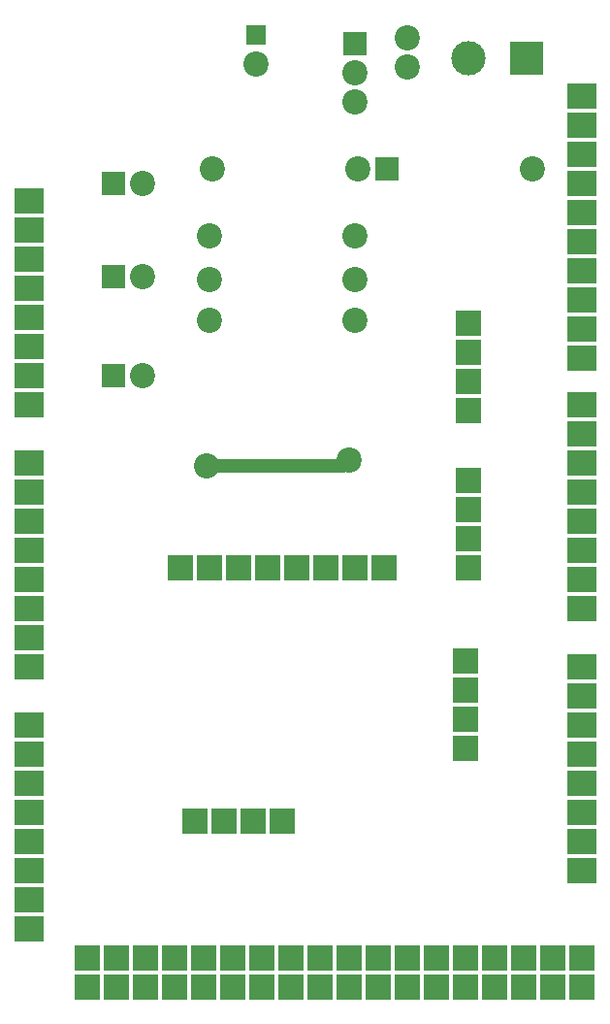
<source format=gbr>
G04 #@! TF.GenerationSoftware,KiCad,Pcbnew,(5.1.2)-2*
G04 #@! TF.CreationDate,2020-09-08T11:20:29+07:00*
G04 #@! TF.ProjectId,Balancing_Robot,42616c61-6e63-4696-9e67-5f526f626f74,rev?*
G04 #@! TF.SameCoordinates,Original*
G04 #@! TF.FileFunction,Copper,L1,Top*
G04 #@! TF.FilePolarity,Positive*
%FSLAX46Y46*%
G04 Gerber Fmt 4.6, Leading zero omitted, Abs format (unit mm)*
G04 Created by KiCad (PCBNEW (5.1.2)-2) date 2020-09-08 11:20:29*
%MOMM*%
%LPD*%
G04 APERTURE LIST*
%ADD10R,2.200000X2.200000*%
%ADD11R,2.500000X2.200000*%
%ADD12C,2.200000*%
%ADD13R,2.000000X2.000000*%
%ADD14R,1.800000X1.800000*%
%ADD15R,3.000000X3.000000*%
%ADD16C,3.000000*%
%ADD17C,1.200000*%
G04 APERTURE END LIST*
D10*
X69850000Y-158496000D03*
X69850000Y-155956000D03*
X72390000Y-158496000D03*
X72390000Y-155956000D03*
X74930000Y-158496000D03*
X74930000Y-155956000D03*
X77470000Y-158496000D03*
X77470000Y-155956000D03*
X80010000Y-158496000D03*
X80010000Y-155956000D03*
X82550000Y-158496000D03*
X82550000Y-155956000D03*
X85090000Y-158496000D03*
X85090000Y-155956000D03*
X87630000Y-158496000D03*
X87630000Y-155956000D03*
X90170000Y-158496000D03*
X90170000Y-155956000D03*
X92710000Y-158496000D03*
X92710000Y-155956000D03*
X95250000Y-158496000D03*
X95250000Y-155956000D03*
X97790000Y-158496000D03*
X97790000Y-155956000D03*
X100330000Y-158496000D03*
X100330000Y-155956000D03*
X102870000Y-158496000D03*
X102870000Y-155956000D03*
X105410000Y-158496000D03*
X105410000Y-155956000D03*
X107950000Y-158496000D03*
X107950000Y-155956000D03*
X110490000Y-158496000D03*
X110490000Y-155956000D03*
X113030000Y-158496000D03*
X113030000Y-155956000D03*
D11*
X64770000Y-153416000D03*
X64770000Y-150876000D03*
X64770000Y-148336000D03*
X64770000Y-145796000D03*
X64770000Y-143256000D03*
X64770000Y-140716000D03*
X64770000Y-138176000D03*
X64770000Y-135636000D03*
X64770000Y-130556000D03*
X64770000Y-128016000D03*
X64770000Y-125476000D03*
X64770000Y-122936000D03*
X64770000Y-120396000D03*
X64770000Y-117856000D03*
X64770000Y-115316000D03*
X64770000Y-89916000D03*
X113030000Y-96012000D03*
X113030000Y-93472000D03*
X113030000Y-90932000D03*
X113030000Y-85852000D03*
X113030000Y-83312000D03*
X113030000Y-80772000D03*
X113030000Y-98552000D03*
X113030000Y-101092000D03*
X113030000Y-103632000D03*
X113030000Y-88392000D03*
X113030000Y-107696000D03*
X113030000Y-110236000D03*
X113030000Y-112776000D03*
X113030000Y-115316000D03*
X113030000Y-117856000D03*
X113030000Y-120396000D03*
X113030000Y-122936000D03*
X113030000Y-125476000D03*
X113030000Y-130556000D03*
X113030000Y-133096000D03*
X113030000Y-135636000D03*
X113030000Y-138176000D03*
X113030000Y-140716000D03*
X113030000Y-143256000D03*
X113030000Y-145796000D03*
X113030000Y-148336000D03*
X64770000Y-92456000D03*
X64770000Y-94996000D03*
X64770000Y-97536000D03*
X64770000Y-100076000D03*
X64770000Y-102616000D03*
X64770000Y-105156000D03*
X64770000Y-107696000D03*
X64770000Y-112776000D03*
D12*
X97790000Y-75732000D03*
X97790000Y-78232000D03*
D13*
X72136000Y-88392000D03*
D12*
X74676000Y-88392000D03*
X74676000Y-96520000D03*
D13*
X72136000Y-96520000D03*
X72136000Y-105156000D03*
D12*
X74676000Y-105156000D03*
D13*
X96012000Y-87122000D03*
D12*
X108712000Y-87122000D03*
X84582000Y-77978000D03*
D14*
X84582000Y-75438000D03*
D10*
X103124000Y-114300000D03*
X103124000Y-116840000D03*
X103124000Y-119380000D03*
X103124000Y-121920000D03*
D13*
X93218000Y-76200000D03*
D12*
X93218000Y-78740000D03*
X93218000Y-81280000D03*
D15*
X108204000Y-77470000D03*
D16*
X103124000Y-77470000D03*
D10*
X103124000Y-108204000D03*
X103124000Y-105664000D03*
X103124000Y-103124000D03*
X103124000Y-100584000D03*
X79248000Y-144018000D03*
X81788000Y-144018000D03*
X84328000Y-144018000D03*
X86868000Y-144018000D03*
X77978000Y-121920000D03*
X80518000Y-121920000D03*
X83058000Y-121920000D03*
X85598000Y-121920000D03*
X88138000Y-121920000D03*
X90678000Y-121920000D03*
X93218000Y-121920000D03*
X95758000Y-121920000D03*
X102870000Y-137668000D03*
X102870000Y-135128000D03*
X102870000Y-132588000D03*
X102870000Y-130048000D03*
D12*
X93218000Y-92964000D03*
X80518000Y-92964000D03*
X80518000Y-96774000D03*
X93218000Y-96774000D03*
X93218000Y-100330000D03*
X80518000Y-100330000D03*
X93472000Y-87122000D03*
X80772000Y-87122000D03*
X92710000Y-112522000D03*
X80264000Y-113030000D03*
D17*
X92202000Y-113030000D02*
X92710000Y-112522000D01*
X80264000Y-113030000D02*
X92202000Y-113030000D01*
M02*

</source>
